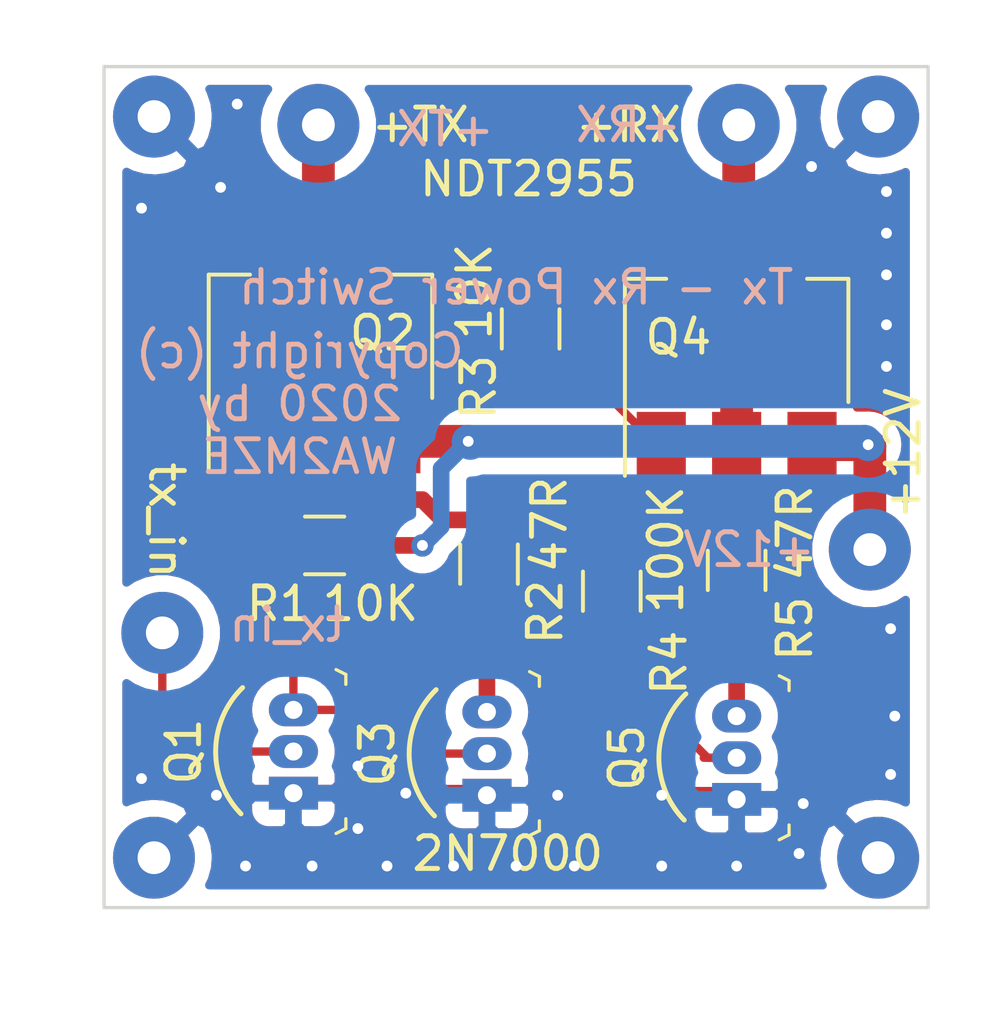
<source format=kicad_pcb>
(kicad_pcb (version 20171130) (host pcbnew 5.1.6-c6e7f7d~86~ubuntu19.10.1)

  (general
    (thickness 1.6)
    (drawings 21)
    (tracks 94)
    (zones 0)
    (modules 18)
    (nets 10)
  )

  (page A4)
  (layers
    (0 F.Cu signal)
    (31 B.Cu signal)
    (32 B.Adhes user)
    (33 F.Adhes user)
    (34 B.Paste user)
    (35 F.Paste user)
    (36 B.SilkS user)
    (37 F.SilkS user)
    (38 B.Mask user)
    (39 F.Mask user)
    (40 Dwgs.User user)
    (41 Cmts.User user)
    (42 Eco1.User user)
    (43 Eco2.User user)
    (44 Edge.Cuts user)
    (45 Margin user)
    (46 B.CrtYd user)
    (47 F.CrtYd user)
    (48 B.Fab user)
    (49 F.Fab user)
  )

  (setup
    (last_trace_width 0.1524)
    (user_trace_width 0.254)
    (user_trace_width 0.508)
    (user_trace_width 1)
    (trace_clearance 0.1524)
    (zone_clearance 0.508)
    (zone_45_only no)
    (trace_min 0.1524)
    (via_size 0.6858)
    (via_drill 0.3302)
    (via_min_size 0.508)
    (via_min_drill 0.254)
    (uvia_size 0.6858)
    (uvia_drill 0.3302)
    (uvias_allowed no)
    (uvia_min_size 0.508)
    (uvia_min_drill 0.254)
    (edge_width 0.05)
    (segment_width 0.2)
    (pcb_text_width 0.3)
    (pcb_text_size 1.5 1.5)
    (mod_edge_width 0.12)
    (mod_text_size 1 1)
    (mod_text_width 0.15)
    (pad_size 1.524 1.524)
    (pad_drill 0.762)
    (pad_to_mask_clearance 0.0508)
    (solder_mask_min_width 0.1016)
    (aux_axis_origin 0 0)
    (visible_elements FFFFFF7F)
    (pcbplotparams
      (layerselection 0x010fc_ffffffff)
      (usegerberextensions false)
      (usegerberattributes true)
      (usegerberadvancedattributes true)
      (creategerberjobfile true)
      (excludeedgelayer true)
      (linewidth 0.100000)
      (plotframeref false)
      (viasonmask false)
      (mode 1)
      (useauxorigin false)
      (hpglpennumber 1)
      (hpglpenspeed 20)
      (hpglpendiameter 15.000000)
      (psnegative false)
      (psa4output false)
      (plotreference true)
      (plotvalue true)
      (plotinvisibletext false)
      (padsonsilk false)
      (subtractmaskfromsilk false)
      (outputformat 1)
      (mirror false)
      (drillshape 1)
      (scaleselection 1)
      (outputdirectory ""))
  )

  (net 0 "")
  (net 1 +12V)
  (net 2 +RX)
  (net 3 +TX)
  (net 4 tx)
  (net 5 GND)
  (net 6 "Net-(Q1-Pad3)")
  (net 7 "Net-(Q3-Pad3)")
  (net 8 "Net-(Q4-Pad1)")
  (net 9 "Net-(Q5-Pad3)")

  (net_class Default "This is the default net class."
    (clearance 0.1524)
    (trace_width 0.1524)
    (via_dia 0.6858)
    (via_drill 0.3302)
    (uvia_dia 0.6858)
    (uvia_drill 0.3302)
    (add_net +12V)
    (add_net +RX)
    (add_net +TX)
    (add_net GND)
    (add_net "Net-(Q1-Pad3)")
    (add_net "Net-(Q3-Pad3)")
    (add_net "Net-(Q4-Pad1)")
    (add_net "Net-(Q5-Pad3)")
    (add_net tx)
  )

  (module Wire_Pads:SolderWirePad_single_1mmDrill (layer F.Cu) (tedit 0) (tstamp 5EC54879)
    (at 182.372 334.264)
    (path /5EC7F07F)
    (fp_text reference J1 (at 0 -3.81) (layer F.SilkS) hide
      (effects (font (size 1 1) (thickness 0.15)))
    )
    (fp_text value 12VoltIn (at -1.905 3.175) (layer F.Fab)
      (effects (font (size 1 1) (thickness 0.15)))
    )
    (pad 1 thru_hole circle (at 0 0) (size 2.49936 2.49936) (drill 1.00076) (layers *.Cu *.Mask)
      (net 1 +12V))
  )

  (module Wire_Pads:SolderWirePad_single_1mmDrill (layer F.Cu) (tedit 0) (tstamp 5EC5487E)
    (at 178.3715 321.31)
    (path /5EC84DCD)
    (fp_text reference J2 (at -2.6035 1.27) (layer F.SilkS) hide
      (effects (font (size 1 1) (thickness 0.15)))
    )
    (fp_text value +RXout (at -1.905 3.175) (layer F.Fab)
      (effects (font (size 1 1) (thickness 0.15)))
    )
    (pad 1 thru_hole circle (at 0 0) (size 2.49936 2.49936) (drill 1.00076) (layers *.Cu *.Mask)
      (net 2 +RX))
  )

  (module Wire_Pads:SolderWirePad_single_1mmDrill (layer F.Cu) (tedit 0) (tstamp 5EC54883)
    (at 165.5445 321.31)
    (path /5EC85081)
    (fp_text reference J3 (at -2.6035 0.635) (layer F.SilkS) hide
      (effects (font (size 1 1) (thickness 0.15)))
    )
    (fp_text value +TXout (at -1.905 3.175) (layer F.Fab)
      (effects (font (size 1 1) (thickness 0.15)))
    )
    (pad 1 thru_hole circle (at 0 0) (size 2.49936 2.49936) (drill 1.00076) (layers *.Cu *.Mask)
      (net 3 +TX))
  )

  (module Wire_Pads:SolderWirePad_single_1mmDrill (layer F.Cu) (tedit 0) (tstamp 5EC54888)
    (at 160.782 336.804)
    (path /5EC85413)
    (fp_text reference J4 (at 2.413 0) (layer F.SilkS) hide
      (effects (font (size 1 1) (thickness 0.15)))
    )
    (fp_text value tx_in (at -1.905 3.175) (layer F.Fab)
      (effects (font (size 1 1) (thickness 0.15)))
    )
    (pad 1 thru_hole circle (at 0 0) (size 2.49936 2.49936) (drill 1.00076) (layers *.Cu *.Mask)
      (net 4 tx))
  )

  (module Wire_Pads:SolderWirePad_single_1mmDrill (layer F.Cu) (tedit 0) (tstamp 5EC5488D)
    (at 182.626 321.056)
    (path /5EC85994)
    (fp_text reference J5 (at -1.778 6.35) (layer F.SilkS) hide
      (effects (font (size 1 1) (thickness 0.15)))
    )
    (fp_text value GND (at -1.905 3.175) (layer F.Fab)
      (effects (font (size 1 1) (thickness 0.15)))
    )
    (pad 1 thru_hole circle (at 0 0) (size 2.49936 2.49936) (drill 1.00076) (layers *.Cu *.Mask)
      (net 5 GND))
  )

  (module Wire_Pads:SolderWirePad_single_1mmDrill (layer F.Cu) (tedit 0) (tstamp 5EC54892)
    (at 160.528 321.056)
    (path /5EC57D6A)
    (fp_text reference J6 (at 0.508 5.588) (layer F.SilkS) hide
      (effects (font (size 1 1) (thickness 0.15)))
    )
    (fp_text value GND (at -1.905 3.175) (layer F.Fab)
      (effects (font (size 1 1) (thickness 0.15)))
    )
    (pad 1 thru_hole circle (at 0 0) (size 2.49936 2.49936) (drill 1.00076) (layers *.Cu *.Mask)
      (net 5 GND))
  )

  (module Wire_Pads:SolderWirePad_single_1mmDrill (layer F.Cu) (tedit 0) (tstamp 5EC54897)
    (at 182.626 343.662)
    (path /5EC578D2)
    (fp_text reference J7 (at 0 -3.81) (layer F.SilkS) hide
      (effects (font (size 1 1) (thickness 0.15)))
    )
    (fp_text value GND (at -1.905 3.175) (layer F.Fab)
      (effects (font (size 1 1) (thickness 0.15)))
    )
    (pad 1 thru_hole circle (at 0 0) (size 2.49936 2.49936) (drill 1.00076) (layers *.Cu *.Mask)
      (net 5 GND))
  )

  (module Wire_Pads:SolderWirePad_single_1mmDrill (layer F.Cu) (tedit 0) (tstamp 5EC5489C)
    (at 160.528 343.662)
    (path /5EC580F8)
    (fp_text reference J8 (at 0 -3.81) (layer F.SilkS) hide
      (effects (font (size 1 1) (thickness 0.15)))
    )
    (fp_text value GND (at -1.905 3.175) (layer F.Fab)
      (effects (font (size 1 1) (thickness 0.15)))
    )
    (pad 1 thru_hole circle (at 0 0) (size 2.49936 2.49936) (drill 1.00076) (layers *.Cu *.Mask)
      (net 5 GND))
  )

  (module digikey-footprints:TO-92-3 (layer F.Cu) (tedit 5AF9CDD1) (tstamp 5EC548B0)
    (at 164.7825 341.6935 90)
    (descr http://www.ti.com/lit/ds/symlink/tl431a.pdf)
    (path /5ED66CB0)
    (fp_text reference Q1 (at 1.27 -3.35 90) (layer F.SilkS)
      (effects (font (size 1 1) (thickness 0.15)))
    )
    (fp_text value 2N7000 (at 1.27 2.5 90) (layer F.Fab)
      (effects (font (size 1 1) (thickness 0.15)))
    )
    (fp_line (start 3.57 1.5) (end -1.03 1.5) (layer F.Fab) (width 0.15))
    (fp_line (start -1.63 -2.5) (end 4.17 -2.5) (layer F.CrtYd) (width 0.05))
    (fp_line (start -1.63 1.75) (end 4.17 1.75) (layer F.CrtYd) (width 0.05))
    (fp_line (start -1.63 1.75) (end -1.63 -2.5) (layer F.CrtYd) (width 0.05))
    (fp_line (start 4.17 1.75) (end 4.17 -2.5) (layer F.CrtYd) (width 0.05))
    (fp_line (start 3.62 1.6) (end 3.77 1.3) (layer F.SilkS) (width 0.1))
    (fp_line (start 3.62 1.6) (end 3.32 1.6) (layer F.SilkS) (width 0.1))
    (fp_line (start -0.78 1.6) (end -1.08 1.6) (layer F.SilkS) (width 0.1))
    (fp_line (start -1.08 1.6) (end -1.23 1.3) (layer F.SilkS) (width 0.1))
    (fp_arc (start 1.27 0.35) (end -0.63 -1.6) (angle 90) (layer F.SilkS) (width 0.15))
    (fp_arc (start 1.27 0.3) (end -1.03 1.5) (angle 235) (layer F.Fab) (width 0.15))
    (fp_arc (start 1.27 0.3) (end -1.33 0.3) (angle 90) (layer F.Fab) (width 0.15))
    (fp_text user %R (at 1.27 -1.25 270) (layer F.Fab)
      (effects (font (size 0.75 0.75) (thickness 0.15)))
    )
    (pad 2 thru_hole oval (at 1.27 0 270) (size 1 1.5) (drill 0.55) (layers *.Cu *.Mask)
      (net 4 tx))
    (pad 3 thru_hole oval (at 2.54 0 270) (size 1 1.5) (drill 0.55) (layers *.Cu *.Mask)
      (net 6 "Net-(Q1-Pad3)"))
    (pad 1 thru_hole rect (at 0 0 270) (size 1 1.5) (drill 0.55) (layers *.Cu *.Mask)
      (net 5 GND))
  )

  (module TO_SOT_Packages_SMD:SOT-223-3_TabPin2 (layer F.Cu) (tedit 58CE4E7E) (tstamp 5EC548C6)
    (at 165.608 327.787 90)
    (descr "module CMS SOT223 4 pins")
    (tags "CMS SOT")
    (path /5ED0D060)
    (attr smd)
    (fp_text reference Q2 (at 0.127 1.905 180) (layer F.SilkS)
      (effects (font (size 1 1) (thickness 0.15)))
    )
    (fp_text value NDT2955 (at 0 4.5 90) (layer F.Fab)
      (effects (font (size 1 1) (thickness 0.15)))
    )
    (fp_line (start 1.85 -3.35) (end 1.85 3.35) (layer F.Fab) (width 0.1))
    (fp_line (start -1.85 3.35) (end 1.85 3.35) (layer F.Fab) (width 0.1))
    (fp_line (start -4.1 -3.41) (end 1.91 -3.41) (layer F.SilkS) (width 0.12))
    (fp_line (start -0.85 -3.35) (end 1.85 -3.35) (layer F.Fab) (width 0.1))
    (fp_line (start -1.85 3.41) (end 1.91 3.41) (layer F.SilkS) (width 0.12))
    (fp_line (start -1.85 -2.35) (end -1.85 3.35) (layer F.Fab) (width 0.1))
    (fp_line (start -1.85 -2.35) (end -0.85 -3.35) (layer F.Fab) (width 0.1))
    (fp_line (start -4.4 -3.6) (end -4.4 3.6) (layer F.CrtYd) (width 0.05))
    (fp_line (start -4.4 3.6) (end 4.4 3.6) (layer F.CrtYd) (width 0.05))
    (fp_line (start 4.4 3.6) (end 4.4 -3.6) (layer F.CrtYd) (width 0.05))
    (fp_line (start 4.4 -3.6) (end -4.4 -3.6) (layer F.CrtYd) (width 0.05))
    (fp_line (start 1.91 -3.41) (end 1.91 -2.15) (layer F.SilkS) (width 0.12))
    (fp_line (start 1.91 3.41) (end 1.91 2.15) (layer F.SilkS) (width 0.12))
    (fp_text user %R (at 0 0) (layer F.Fab)
      (effects (font (size 0.8 0.8) (thickness 0.12)))
    )
    (pad 1 smd rect (at -3.15 -2.3 90) (size 2 1.5) (layers F.Cu F.Paste F.Mask)
      (net 6 "Net-(Q1-Pad3)"))
    (pad 3 smd rect (at -3.15 2.3 90) (size 2 1.5) (layers F.Cu F.Paste F.Mask)
      (net 1 +12V))
    (pad 2 smd rect (at -3.15 0 90) (size 2 1.5) (layers F.Cu F.Paste F.Mask)
      (net 3 +TX))
    (pad 2 smd rect (at 3.15 0 90) (size 2 3.8) (layers F.Cu F.Paste F.Mask)
      (net 3 +TX))
    (model ${KISYS3DMOD}/TO_SOT_Packages_SMD.3dshapes/SOT-223.wrl
      (at (xyz 0 0 0))
      (scale (xyz 1 1 1))
      (rotate (xyz 0 0 0))
    )
  )

  (module digikey-footprints:TO-92-3 (layer F.Cu) (tedit 5AF9CDD1) (tstamp 5EC548DA)
    (at 170.688 341.757 90)
    (descr http://www.ti.com/lit/ds/symlink/tl431a.pdf)
    (path /5ED65EA9)
    (fp_text reference Q3 (at 1.27 -3.35 90) (layer F.SilkS)
      (effects (font (size 1 1) (thickness 0.15)))
    )
    (fp_text value 2N7000 (at 1.27 2.5 90) (layer F.Fab)
      (effects (font (size 1 1) (thickness 0.15)))
    )
    (fp_line (start 3.57 1.5) (end -1.03 1.5) (layer F.Fab) (width 0.15))
    (fp_line (start -1.63 -2.5) (end 4.17 -2.5) (layer F.CrtYd) (width 0.05))
    (fp_line (start -1.63 1.75) (end 4.17 1.75) (layer F.CrtYd) (width 0.05))
    (fp_line (start -1.63 1.75) (end -1.63 -2.5) (layer F.CrtYd) (width 0.05))
    (fp_line (start 4.17 1.75) (end 4.17 -2.5) (layer F.CrtYd) (width 0.05))
    (fp_line (start 3.62 1.6) (end 3.77 1.3) (layer F.SilkS) (width 0.1))
    (fp_line (start 3.62 1.6) (end 3.32 1.6) (layer F.SilkS) (width 0.1))
    (fp_line (start -0.78 1.6) (end -1.08 1.6) (layer F.SilkS) (width 0.1))
    (fp_line (start -1.08 1.6) (end -1.23 1.3) (layer F.SilkS) (width 0.1))
    (fp_arc (start 1.27 0.35) (end -0.63 -1.6) (angle 90) (layer F.SilkS) (width 0.15))
    (fp_arc (start 1.27 0.3) (end -1.03 1.5) (angle 235) (layer F.Fab) (width 0.15))
    (fp_arc (start 1.27 0.3) (end -1.33 0.3) (angle 90) (layer F.Fab) (width 0.15))
    (fp_text user %R (at 1.27 -1.25 270) (layer F.Fab)
      (effects (font (size 0.75 0.75) (thickness 0.15)))
    )
    (pad 2 thru_hole oval (at 1.27 0 270) (size 1 1.5) (drill 0.55) (layers *.Cu *.Mask)
      (net 6 "Net-(Q1-Pad3)"))
    (pad 3 thru_hole oval (at 2.54 0 270) (size 1 1.5) (drill 0.55) (layers *.Cu *.Mask)
      (net 7 "Net-(Q3-Pad3)"))
    (pad 1 thru_hole rect (at 0 0 270) (size 1 1.5) (drill 0.55) (layers *.Cu *.Mask)
      (net 5 GND))
  )

  (module TO_SOT_Packages_SMD:SOT-223-3_TabPin2 (layer F.Cu) (tedit 58CE4E7E) (tstamp 5EC55CCB)
    (at 178.308 327.914 90)
    (descr "module CMS SOT223 4 pins")
    (tags "CMS SOT")
    (path /5ECE7378)
    (attr smd)
    (fp_text reference Q4 (at 0.127 -1.778 180) (layer F.SilkS)
      (effects (font (size 1 1) (thickness 0.15)))
    )
    (fp_text value NDT2955 (at 0 4.5 90) (layer F.Fab)
      (effects (font (size 1 1) (thickness 0.15)))
    )
    (fp_line (start 1.91 3.41) (end 1.91 2.15) (layer F.SilkS) (width 0.12))
    (fp_line (start 1.91 -3.41) (end 1.91 -2.15) (layer F.SilkS) (width 0.12))
    (fp_line (start 4.4 -3.6) (end -4.4 -3.6) (layer F.CrtYd) (width 0.05))
    (fp_line (start 4.4 3.6) (end 4.4 -3.6) (layer F.CrtYd) (width 0.05))
    (fp_line (start -4.4 3.6) (end 4.4 3.6) (layer F.CrtYd) (width 0.05))
    (fp_line (start -4.4 -3.6) (end -4.4 3.6) (layer F.CrtYd) (width 0.05))
    (fp_line (start -1.85 -2.35) (end -0.85 -3.35) (layer F.Fab) (width 0.1))
    (fp_line (start -1.85 -2.35) (end -1.85 3.35) (layer F.Fab) (width 0.1))
    (fp_line (start -1.85 3.41) (end 1.91 3.41) (layer F.SilkS) (width 0.12))
    (fp_line (start -0.85 -3.35) (end 1.85 -3.35) (layer F.Fab) (width 0.1))
    (fp_line (start -4.1 -3.41) (end 1.91 -3.41) (layer F.SilkS) (width 0.12))
    (fp_line (start -1.85 3.35) (end 1.85 3.35) (layer F.Fab) (width 0.1))
    (fp_line (start 1.85 -3.35) (end 1.85 3.35) (layer F.Fab) (width 0.1))
    (fp_text user %R (at 0 0) (layer F.Fab)
      (effects (font (size 0.8 0.8) (thickness 0.12)))
    )
    (pad 2 smd rect (at 3.15 0 90) (size 2 3.8) (layers F.Cu F.Paste F.Mask)
      (net 2 +RX))
    (pad 2 smd rect (at -3.15 0 90) (size 2 1.5) (layers F.Cu F.Paste F.Mask)
      (net 2 +RX))
    (pad 3 smd rect (at -3.15 2.3 90) (size 2 1.5) (layers F.Cu F.Paste F.Mask)
      (net 1 +12V))
    (pad 1 smd rect (at -3.15 -2.3 90) (size 2 1.5) (layers F.Cu F.Paste F.Mask)
      (net 8 "Net-(Q4-Pad1)"))
    (model ${KISYS3DMOD}/TO_SOT_Packages_SMD.3dshapes/SOT-223.wrl
      (at (xyz 0 0 0))
      (scale (xyz 1 1 1))
      (rotate (xyz 0 0 0))
    )
  )

  (module digikey-footprints:TO-92-3 (layer F.Cu) (tedit 5AF9CDD1) (tstamp 5EC54904)
    (at 178.308 341.884 90)
    (descr http://www.ti.com/lit/ds/symlink/tl431a.pdf)
    (path /5ED67571)
    (fp_text reference Q5 (at 1.27 -3.35 90) (layer F.SilkS)
      (effects (font (size 1 1) (thickness 0.15)))
    )
    (fp_text value 2N7000 (at 1.27 2.5 90) (layer F.Fab)
      (effects (font (size 1 1) (thickness 0.15)))
    )
    (fp_line (start -1.08 1.6) (end -1.23 1.3) (layer F.SilkS) (width 0.1))
    (fp_line (start -0.78 1.6) (end -1.08 1.6) (layer F.SilkS) (width 0.1))
    (fp_line (start 3.62 1.6) (end 3.32 1.6) (layer F.SilkS) (width 0.1))
    (fp_line (start 3.62 1.6) (end 3.77 1.3) (layer F.SilkS) (width 0.1))
    (fp_line (start 4.17 1.75) (end 4.17 -2.5) (layer F.CrtYd) (width 0.05))
    (fp_line (start -1.63 1.75) (end -1.63 -2.5) (layer F.CrtYd) (width 0.05))
    (fp_line (start -1.63 1.75) (end 4.17 1.75) (layer F.CrtYd) (width 0.05))
    (fp_line (start -1.63 -2.5) (end 4.17 -2.5) (layer F.CrtYd) (width 0.05))
    (fp_line (start 3.57 1.5) (end -1.03 1.5) (layer F.Fab) (width 0.15))
    (fp_text user %R (at 1.27 -1.25 270) (layer F.Fab)
      (effects (font (size 0.75 0.75) (thickness 0.15)))
    )
    (fp_arc (start 1.27 0.3) (end -1.33 0.3) (angle 90) (layer F.Fab) (width 0.15))
    (fp_arc (start 1.27 0.3) (end -1.03 1.5) (angle 235) (layer F.Fab) (width 0.15))
    (fp_arc (start 1.27 0.35) (end -0.63 -1.6) (angle 90) (layer F.SilkS) (width 0.15))
    (pad 1 thru_hole rect (at 0 0 270) (size 1 1.5) (drill 0.55) (layers *.Cu *.Mask)
      (net 5 GND))
    (pad 3 thru_hole oval (at 2.54 0 270) (size 1 1.5) (drill 0.55) (layers *.Cu *.Mask)
      (net 9 "Net-(Q5-Pad3)"))
    (pad 2 thru_hole oval (at 1.27 0 270) (size 1 1.5) (drill 0.55) (layers *.Cu *.Mask)
      (net 8 "Net-(Q4-Pad1)"))
  )

  (module Resistors_SMD:R_0805_HandSoldering (layer F.Cu) (tedit 58E0A804) (tstamp 5EC54915)
    (at 165.735 334.137 180)
    (descr "Resistor SMD 0805, hand soldering")
    (tags "resistor 0805")
    (path /5ECE978C)
    (attr smd)
    (fp_text reference R1 (at 1.397 -1.778) (layer F.SilkS)
      (effects (font (size 1 1) (thickness 0.15)))
    )
    (fp_text value 10K (at 0 1.75) (layer F.Fab)
      (effects (font (size 1 1) (thickness 0.15)))
    )
    (fp_line (start -1 0.62) (end -1 -0.62) (layer F.Fab) (width 0.1))
    (fp_line (start 1 0.62) (end -1 0.62) (layer F.Fab) (width 0.1))
    (fp_line (start 1 -0.62) (end 1 0.62) (layer F.Fab) (width 0.1))
    (fp_line (start -1 -0.62) (end 1 -0.62) (layer F.Fab) (width 0.1))
    (fp_line (start 0.6 0.88) (end -0.6 0.88) (layer F.SilkS) (width 0.12))
    (fp_line (start -0.6 -0.88) (end 0.6 -0.88) (layer F.SilkS) (width 0.12))
    (fp_line (start -2.35 -0.9) (end 2.35 -0.9) (layer F.CrtYd) (width 0.05))
    (fp_line (start -2.35 -0.9) (end -2.35 0.9) (layer F.CrtYd) (width 0.05))
    (fp_line (start 2.35 0.9) (end 2.35 -0.9) (layer F.CrtYd) (width 0.05))
    (fp_line (start 2.35 0.9) (end -2.35 0.9) (layer F.CrtYd) (width 0.05))
    (fp_text user %R (at 0 0) (layer F.Fab)
      (effects (font (size 0.5 0.5) (thickness 0.075)))
    )
    (pad 1 smd rect (at -1.35 0 180) (size 1.5 1.3) (layers F.Cu F.Paste F.Mask)
      (net 1 +12V))
    (pad 2 smd rect (at 1.35 0 180) (size 1.5 1.3) (layers F.Cu F.Paste F.Mask)
      (net 6 "Net-(Q1-Pad3)"))
    (model ${KISYS3DMOD}/Resistors_SMD.3dshapes/R_0805.wrl
      (at (xyz 0 0 0))
      (scale (xyz 1 1 1))
      (rotate (xyz 0 0 0))
    )
  )

  (module Resistors_SMD:R_0805_HandSoldering (layer F.Cu) (tedit 58E0A804) (tstamp 5EC54926)
    (at 170.7515 334.7085 270)
    (descr "Resistor SMD 0805, hand soldering")
    (tags "resistor 0805")
    (path /5EC499D1)
    (attr smd)
    (fp_text reference R2 (at 1.4605 -1.7145 90) (layer F.SilkS)
      (effects (font (size 1 1) (thickness 0.15)))
    )
    (fp_text value 47 (at 0 1.75 90) (layer F.Fab)
      (effects (font (size 1 1) (thickness 0.15)))
    )
    (fp_line (start 2.35 0.9) (end -2.35 0.9) (layer F.CrtYd) (width 0.05))
    (fp_line (start 2.35 0.9) (end 2.35 -0.9) (layer F.CrtYd) (width 0.05))
    (fp_line (start -2.35 -0.9) (end -2.35 0.9) (layer F.CrtYd) (width 0.05))
    (fp_line (start -2.35 -0.9) (end 2.35 -0.9) (layer F.CrtYd) (width 0.05))
    (fp_line (start -0.6 -0.88) (end 0.6 -0.88) (layer F.SilkS) (width 0.12))
    (fp_line (start 0.6 0.88) (end -0.6 0.88) (layer F.SilkS) (width 0.12))
    (fp_line (start -1 -0.62) (end 1 -0.62) (layer F.Fab) (width 0.1))
    (fp_line (start 1 -0.62) (end 1 0.62) (layer F.Fab) (width 0.1))
    (fp_line (start 1 0.62) (end -1 0.62) (layer F.Fab) (width 0.1))
    (fp_line (start -1 0.62) (end -1 -0.62) (layer F.Fab) (width 0.1))
    (fp_text user %R (at 0 0 90) (layer F.Fab)
      (effects (font (size 0.5 0.5) (thickness 0.075)))
    )
    (pad 2 smd rect (at 1.35 0 270) (size 1.5 1.3) (layers F.Cu F.Paste F.Mask)
      (net 7 "Net-(Q3-Pad3)"))
    (pad 1 smd rect (at -1.35 0 270) (size 1.5 1.3) (layers F.Cu F.Paste F.Mask)
      (net 3 +TX))
    (model ${KISYS3DMOD}/Resistors_SMD.3dshapes/R_0805.wrl
      (at (xyz 0 0 0))
      (scale (xyz 1 1 1))
      (rotate (xyz 0 0 0))
    )
  )

  (module Resistors_SMD:R_0805_HandSoldering (layer F.Cu) (tedit 58E0A804) (tstamp 5EC54937)
    (at 172.0215 327.533 90)
    (descr "Resistor SMD 0805, hand soldering")
    (tags "resistor 0805")
    (path /5EC4A02A)
    (attr smd)
    (fp_text reference R3 (at -1.778 -1.5875 90) (layer F.SilkS)
      (effects (font (size 1 1) (thickness 0.15)))
    )
    (fp_text value 10K (at 0 1.75 90) (layer F.Fab)
      (effects (font (size 1 1) (thickness 0.15)))
    )
    (fp_line (start -1 0.62) (end -1 -0.62) (layer F.Fab) (width 0.1))
    (fp_line (start 1 0.62) (end -1 0.62) (layer F.Fab) (width 0.1))
    (fp_line (start 1 -0.62) (end 1 0.62) (layer F.Fab) (width 0.1))
    (fp_line (start -1 -0.62) (end 1 -0.62) (layer F.Fab) (width 0.1))
    (fp_line (start 0.6 0.88) (end -0.6 0.88) (layer F.SilkS) (width 0.12))
    (fp_line (start -0.6 -0.88) (end 0.6 -0.88) (layer F.SilkS) (width 0.12))
    (fp_line (start -2.35 -0.9) (end 2.35 -0.9) (layer F.CrtYd) (width 0.05))
    (fp_line (start -2.35 -0.9) (end -2.35 0.9) (layer F.CrtYd) (width 0.05))
    (fp_line (start 2.35 0.9) (end 2.35 -0.9) (layer F.CrtYd) (width 0.05))
    (fp_line (start 2.35 0.9) (end -2.35 0.9) (layer F.CrtYd) (width 0.05))
    (fp_text user %R (at 0 0 90) (layer F.Fab)
      (effects (font (size 0.5 0.5) (thickness 0.075)))
    )
    (pad 1 smd rect (at -1.35 0 90) (size 1.5 1.3) (layers F.Cu F.Paste F.Mask)
      (net 8 "Net-(Q4-Pad1)"))
    (pad 2 smd rect (at 1.35 0 90) (size 1.5 1.3) (layers F.Cu F.Paste F.Mask)
      (net 3 +TX))
    (model ${KISYS3DMOD}/Resistors_SMD.3dshapes/R_0805.wrl
      (at (xyz 0 0 0))
      (scale (xyz 1 1 1))
      (rotate (xyz 0 0 0))
    )
  )

  (module Resistors_SMD:R_0805_HandSoldering (layer F.Cu) (tedit 58E0A804) (tstamp 5EC54948)
    (at 174.498 335.534 90)
    (descr "Resistor SMD 0805, hand soldering")
    (tags "resistor 0805")
    (path /5EC4C090)
    (attr smd)
    (fp_text reference R4 (at -2.1844 1.7526 90) (layer F.SilkS)
      (effects (font (size 1 1) (thickness 0.15)))
    )
    (fp_text value 100K (at 0 1.75 90) (layer F.Fab)
      (effects (font (size 1 1) (thickness 0.15)))
    )
    (fp_line (start 2.35 0.9) (end -2.35 0.9) (layer F.CrtYd) (width 0.05))
    (fp_line (start 2.35 0.9) (end 2.35 -0.9) (layer F.CrtYd) (width 0.05))
    (fp_line (start -2.35 -0.9) (end -2.35 0.9) (layer F.CrtYd) (width 0.05))
    (fp_line (start -2.35 -0.9) (end 2.35 -0.9) (layer F.CrtYd) (width 0.05))
    (fp_line (start -0.6 -0.88) (end 0.6 -0.88) (layer F.SilkS) (width 0.12))
    (fp_line (start 0.6 0.88) (end -0.6 0.88) (layer F.SilkS) (width 0.12))
    (fp_line (start -1 -0.62) (end 1 -0.62) (layer F.Fab) (width 0.1))
    (fp_line (start 1 -0.62) (end 1 0.62) (layer F.Fab) (width 0.1))
    (fp_line (start 1 0.62) (end -1 0.62) (layer F.Fab) (width 0.1))
    (fp_line (start -1 0.62) (end -1 -0.62) (layer F.Fab) (width 0.1))
    (fp_text user %R (at 0 0 90) (layer F.Fab)
      (effects (font (size 0.5 0.5) (thickness 0.075)))
    )
    (pad 2 smd rect (at 1.35 0 90) (size 1.5 1.3) (layers F.Cu F.Paste F.Mask)
      (net 3 +TX))
    (pad 1 smd rect (at -1.35 0 90) (size 1.5 1.3) (layers F.Cu F.Paste F.Mask)
      (net 5 GND))
    (model ${KISYS3DMOD}/Resistors_SMD.3dshapes/R_0805.wrl
      (at (xyz 0 0 0))
      (scale (xyz 1 1 1))
      (rotate (xyz 0 0 0))
    )
  )

  (module Resistors_SMD:R_0805_HandSoldering (layer F.Cu) (tedit 58E0A804) (tstamp 5EC54959)
    (at 178.308 334.899 270)
    (descr "Resistor SMD 0805, hand soldering")
    (tags "resistor 0805")
    (path /5EC48BCB)
    (attr smd)
    (fp_text reference R5 (at 1.778 -1.778 90) (layer F.SilkS)
      (effects (font (size 1 1) (thickness 0.15)))
    )
    (fp_text value 47 (at 0 1.75 90) (layer F.Fab)
      (effects (font (size 1 1) (thickness 0.15)))
    )
    (fp_line (start 2.35 0.9) (end -2.35 0.9) (layer F.CrtYd) (width 0.05))
    (fp_line (start 2.35 0.9) (end 2.35 -0.9) (layer F.CrtYd) (width 0.05))
    (fp_line (start -2.35 -0.9) (end -2.35 0.9) (layer F.CrtYd) (width 0.05))
    (fp_line (start -2.35 -0.9) (end 2.35 -0.9) (layer F.CrtYd) (width 0.05))
    (fp_line (start -0.6 -0.88) (end 0.6 -0.88) (layer F.SilkS) (width 0.12))
    (fp_line (start 0.6 0.88) (end -0.6 0.88) (layer F.SilkS) (width 0.12))
    (fp_line (start -1 -0.62) (end 1 -0.62) (layer F.Fab) (width 0.1))
    (fp_line (start 1 -0.62) (end 1 0.62) (layer F.Fab) (width 0.1))
    (fp_line (start 1 0.62) (end -1 0.62) (layer F.Fab) (width 0.1))
    (fp_line (start -1 0.62) (end -1 -0.62) (layer F.Fab) (width 0.1))
    (fp_text user %R (at 0 0 90) (layer F.Fab)
      (effects (font (size 0.5 0.5) (thickness 0.075)))
    )
    (pad 2 smd rect (at 1.35 0 270) (size 1.5 1.3) (layers F.Cu F.Paste F.Mask)
      (net 9 "Net-(Q5-Pad3)"))
    (pad 1 smd rect (at -1.35 0 270) (size 1.5 1.3) (layers F.Cu F.Paste F.Mask)
      (net 2 +RX))
    (model ${KISYS3DMOD}/Resistors_SMD.3dshapes/R_0805.wrl
      (at (xyz 0 0 0))
      (scale (xyz 1 1 1))
      (rotate (xyz 0 0 0))
    )
  )

  (gr_text 2N7000 (at 171.323 343.535) (layer F.SilkS)
    (effects (font (size 1 1) (thickness 0.15)))
  )
  (gr_text NDT2955 (at 171.958 322.961) (layer F.SilkS)
    (effects (font (size 1 1) (thickness 0.15)))
  )
  (gr_text tx_in (at 164.592 336.55) (layer B.SilkS)
    (effects (font (size 1 1) (thickness 0.15)) (justify mirror))
  )
  (gr_text +12V (at 178.689 334.264) (layer B.SilkS)
    (effects (font (size 1 1) (thickness 0.15)) (justify mirror))
  )
  (gr_text +RX (at 175.006 321.31) (layer B.SilkS)
    (effects (font (size 1 1) (thickness 0.15)) (justify mirror))
  )
  (gr_text +TX (at 169.418 321.437) (layer B.SilkS)
    (effects (font (size 1 1) (thickness 0.15)) (justify mirror))
  )
  (gr_text 100K (at 176.149 334.264 90) (layer F.SilkS)
    (effects (font (size 1 1) (thickness 0.15)))
  )
  (gr_text 47R (at 180.086 333.756 90) (layer F.SilkS)
    (effects (font (size 1 1) (thickness 0.15)))
  )
  (gr_text 10K (at 170.307 326.39 90) (layer F.SilkS)
    (effects (font (size 1 1) (thickness 0.15)))
  )
  (gr_text 47R (at 172.593 333.502 90) (layer F.SilkS)
    (effects (font (size 1 1) (thickness 0.15)))
  )
  (gr_text 10K (at 167.132 335.915) (layer F.SilkS)
    (effects (font (size 1 1) (thickness 0.15)))
  )
  (gr_text "Tx - Rx Power Switch" (at 171.577 326.263) (layer B.SilkS)
    (effects (font (size 1 1) (thickness 0.15)) (justify mirror))
  )
  (gr_text "Copyright (c)\n2020 by\nWA2MZE" (at 164.973 329.819) (layer B.SilkS)
    (effects (font (size 1 1) (thickness 0.15)) (justify mirror))
  )
  (gr_text +12V (at 183.388 331.343 90) (layer F.SilkS)
    (effects (font (size 1 1) (thickness 0.15)))
  )
  (gr_text tx_in (at 160.909 333.375 270) (layer F.SilkS)
    (effects (font (size 1 1) (thickness 0.15)))
  )
  (gr_text +TX (at 168.656 321.31) (layer F.SilkS)
    (effects (font (size 1 1) (thickness 0.15)))
  )
  (gr_text +RX (at 175.006 321.31) (layer F.SilkS)
    (effects (font (size 1 1) (thickness 0.15)))
  )
  (gr_line (start 184.15 319.532) (end 184.15 345.186) (layer Edge.Cuts) (width 0.1))
  (gr_line (start 159.004 319.532) (end 184.15 319.532) (layer Edge.Cuts) (width 0.1))
  (gr_line (start 159.004 345.186) (end 159.004 319.532) (layer Edge.Cuts) (width 0.1))
  (gr_line (start 184.15 345.186) (end 159.004 345.186) (layer Edge.Cuts) (width 0.1))

  (via (at 182.3212 331.0636) (size 0.9652) (drill 0.3302) (layers F.Cu B.Cu) (net 1) (tstamp 5EC55119))
  (via (at 168.7195 334.137) (size 0.6858) (drill 0.3302) (layers F.Cu B.Cu) (net 1) (tstamp 5EC55119))
  (via (at 170.1165 330.962) (size 0.9652) (drill 0.3302) (layers F.Cu B.Cu) (net 1))
  (segment (start 180.6465 331.0255) (end 180.608 331.064) (width 1) (layer F.Cu) (net 1))
  (segment (start 170.18 331.0255) (end 170.1165 330.962) (width 1) (layer B.Cu) (net 1))
  (segment (start 167.933 330.962) (end 167.908 330.937) (width 1) (layer F.Cu) (net 1))
  (segment (start 170.1165 330.962) (end 167.933 330.962) (width 1) (layer F.Cu) (net 1))
  (segment (start 182.2196 330.962) (end 182.3212 331.0636) (width 1) (layer B.Cu) (net 1))
  (segment (start 170.1165 330.962) (end 182.2196 330.962) (width 1) (layer B.Cu) (net 1))
  (segment (start 180.6084 331.0636) (end 180.608 331.064) (width 1) (layer F.Cu) (net 1))
  (segment (start 182.3212 331.0636) (end 180.6084 331.0636) (width 1) (layer F.Cu) (net 1))
  (segment (start 182.372 331.1144) (end 182.3212 331.0636) (width 1) (layer F.Cu) (net 1))
  (segment (start 182.372 334.264) (end 182.372 331.1144) (width 1) (layer F.Cu) (net 1))
  (segment (start 170.1165 330.962) (end 169.291 331.7875) (width 0.508) (layer B.Cu) (net 1))
  (segment (start 169.291 333.5655) (end 168.7195 334.137) (width 0.508) (layer B.Cu) (net 1))
  (segment (start 169.291 331.7875) (end 169.291 333.5655) (width 0.508) (layer B.Cu) (net 1))
  (segment (start 168.7195 334.137) (end 167.085 334.137) (width 0.508) (layer F.Cu) (net 1))
  (segment (start 178.3715 324.7005) (end 178.308 324.764) (width 1) (layer F.Cu) (net 2))
  (segment (start 178.3715 321.31) (end 178.3715 324.7005) (width 1) (layer F.Cu) (net 2))
  (segment (start 178.308 324.764) (end 178.308 331.064) (width 1) (layer F.Cu) (net 2))
  (segment (start 178.308 333.549) (end 178.308 331.064) (width 1) (layer F.Cu) (net 2))
  (segment (start 165.5445 324.5735) (end 165.608 324.637) (width 1) (layer F.Cu) (net 3))
  (segment (start 165.5445 321.31) (end 165.5445 324.5735) (width 1) (layer F.Cu) (net 3))
  (segment (start 165.608 324.637) (end 165.608 330.937) (width 1) (layer F.Cu) (net 3))
  (segment (start 170.7515 333.3585) (end 169.973 333.3585) (width 0.254) (layer F.Cu) (net 3))
  (segment (start 170.7515 333.3585) (end 169.338 333.3585) (width 0.508) (layer F.Cu) (net 3))
  (segment (start 169.338 333.3585) (end 168.7195 332.74) (width 0.508) (layer F.Cu) (net 3))
  (segment (start 165.608 332.445) (end 165.608 330.937) (width 0.508) (layer F.Cu) (net 3))
  (segment (start 165.903 332.74) (end 165.608 332.445) (width 0.508) (layer F.Cu) (net 3))
  (segment (start 168.7195 332.74) (end 165.903 332.74) (width 0.508) (layer F.Cu) (net 3))
  (segment (start 172.0215 326.183) (end 171.243 326.183) (width 0.254) (layer F.Cu) (net 3))
  (segment (start 169.697 324.637) (end 165.608 324.637) (width 0.254) (layer F.Cu) (net 3))
  (segment (start 171.243 326.183) (end 169.697 324.637) (width 0.254) (layer F.Cu) (net 3))
  (segment (start 174.498 334.184) (end 173.529 334.184) (width 0.254) (layer F.Cu) (net 3))
  (segment (start 172.7035 333.3585) (end 170.7515 333.3585) (width 0.254) (layer F.Cu) (net 3))
  (segment (start 173.529 334.184) (end 172.7035 333.3585) (width 0.254) (layer F.Cu) (net 3))
  (segment (start 164.7825 340.4235) (end 162.3695 340.4235) (width 0.254) (layer F.Cu) (net 4))
  (segment (start 160.782 338.836) (end 160.782 336.804) (width 0.254) (layer F.Cu) (net 4))
  (segment (start 162.3695 340.4235) (end 160.782 338.836) (width 0.254) (layer F.Cu) (net 4))
  (segment (start 170.6245 341.6935) (end 170.688 341.757) (width 0.508) (layer F.Cu) (net 5))
  (segment (start 164.7825 341.6935) (end 168.2115 341.6935) (width 0.508) (layer F.Cu) (net 5))
  (segment (start 178.181 341.757) (end 178.308 341.884) (width 0.508) (layer F.Cu) (net 5))
  (segment (start 170.688 341.757) (end 172.847 341.757) (width 0.508) (layer F.Cu) (net 5))
  (via (at 182.88 323.342) (size 0.6858) (drill 0.3302) (layers F.Cu B.Cu) (net 5))
  (via (at 180.594 322.58) (size 0.6858) (drill 0.3302) (layers F.Cu B.Cu) (net 5))
  (via (at 182.88 324.612) (size 0.6858) (drill 0.3302) (layers F.Cu B.Cu) (net 5))
  (via (at 182.88 325.882) (size 0.6858) (drill 0.3302) (layers F.Cu B.Cu) (net 5))
  (via (at 182.88 327.406) (size 0.6858) (drill 0.3302) (layers F.Cu B.Cu) (net 5))
  (via (at 182.88 328.676) (size 0.6858) (drill 0.3302) (layers F.Cu B.Cu) (net 5))
  (via (at 183.007 341.122) (size 0.6858) (drill 0.3302) (layers F.Cu B.Cu) (net 5))
  (via (at 183.134 339.344) (size 0.6858) (drill 0.3302) (layers F.Cu B.Cu) (net 5))
  (via (at 183.007 336.677) (size 0.6858) (drill 0.3302) (layers F.Cu B.Cu) (net 5))
  (via (at 180.34 342.011) (size 0.6858) (drill 0.3302) (layers F.Cu B.Cu) (net 5))
  (via (at 180.213 343.535) (size 0.6858) (drill 0.3302) (layers F.Cu B.Cu) (net 5))
  (via (at 178.308 343.916) (size 0.6858) (drill 0.3302) (layers F.Cu B.Cu) (net 5))
  (segment (start 176.022 341.757) (end 178.181 341.757) (width 0.508) (layer F.Cu) (net 5) (tstamp 5EC552DB))
  (via (at 176.022 341.757) (size 0.6858) (drill 0.3302) (layers F.Cu B.Cu) (net 5))
  (via (at 176.022 343.916) (size 0.6858) (drill 0.3302) (layers F.Cu B.Cu) (net 5))
  (via (at 173.355 343.916) (size 0.6858) (drill 0.3302) (layers F.Cu B.Cu) (net 5))
  (via (at 171.577 343.916) (size 0.6858) (drill 0.3302) (layers F.Cu B.Cu) (net 5))
  (via (at 169.672 343.916) (size 0.6858) (drill 0.3302) (layers F.Cu B.Cu) (net 5))
  (via (at 167.64 343.916) (size 0.6858) (drill 0.3302) (layers F.Cu B.Cu) (net 5))
  (via (at 165.354 343.916) (size 0.6858) (drill 0.3302) (layers F.Cu B.Cu) (net 5))
  (via (at 163.322 343.916) (size 0.6858) (drill 0.3302) (layers F.Cu B.Cu) (net 5))
  (via (at 162.433 341.757) (size 0.6858) (drill 0.3302) (layers F.Cu B.Cu) (net 5))
  (via (at 160.147 341.249) (size 0.6858) (drill 0.3302) (layers F.Cu B.Cu) (net 5))
  (via (at 166.751 340.868) (size 0.6858) (drill 0.3302) (layers F.Cu B.Cu) (net 5))
  (via (at 166.751 342.773) (size 0.6858) (drill 0.3302) (layers F.Cu B.Cu) (net 5))
  (segment (start 168.2115 341.6935) (end 170.6245 341.6935) (width 0.508) (layer F.Cu) (net 5) (tstamp 5EC552DD))
  (via (at 168.2115 341.6935) (size 0.6858) (drill 0.3302) (layers F.Cu B.Cu) (net 5))
  (segment (start 172.847 341.757) (end 176.022 341.757) (width 0.508) (layer F.Cu) (net 5) (tstamp 5EC552DF))
  (via (at 172.847 341.757) (size 0.6858) (drill 0.3302) (layers F.Cu B.Cu) (net 5))
  (via (at 163.068 320.675) (size 0.6858) (drill 0.3302) (layers F.Cu B.Cu) (net 5))
  (via (at 162.56 323.215) (size 0.6858) (drill 0.3302) (layers F.Cu B.Cu) (net 5))
  (via (at 160.147 323.85) (size 0.6858) (drill 0.3302) (layers F.Cu B.Cu) (net 5))
  (segment (start 164.7825 334.5345) (end 164.385 334.137) (width 0.254) (layer F.Cu) (net 6))
  (segment (start 164.7825 339.1535) (end 164.7825 334.5345) (width 0.254) (layer F.Cu) (net 6))
  (segment (start 164.385 334.137) (end 164.385 333.2315) (width 0.254) (layer F.Cu) (net 6))
  (segment (start 163.308 332.1545) (end 163.308 330.937) (width 0.254) (layer F.Cu) (net 6))
  (segment (start 164.385 333.2315) (end 163.308 332.1545) (width 0.254) (layer F.Cu) (net 6))
  (segment (start 170.688 340.487) (end 168.783 340.487) (width 0.254) (layer F.Cu) (net 6))
  (segment (start 167.4495 339.1535) (end 164.7825 339.1535) (width 0.254) (layer F.Cu) (net 6))
  (segment (start 168.783 340.487) (end 167.4495 339.1535) (width 0.254) (layer F.Cu) (net 6))
  (segment (start 170.7515 339.1535) (end 170.688 339.217) (width 0.254) (layer F.Cu) (net 7))
  (segment (start 170.688 336.122) (end 170.7515 336.0585) (width 0.508) (layer F.Cu) (net 7))
  (segment (start 170.688 339.217) (end 170.688 336.122) (width 0.508) (layer F.Cu) (net 7))
  (segment (start 178.308 340.614) (end 177.304 340.614) (width 0.254) (layer F.Cu) (net 8))
  (segment (start 172.0215 328.883) (end 173.689 328.883) (width 0.254) (layer F.Cu) (net 8))
  (segment (start 175.87 331.064) (end 176.008 331.064) (width 0.254) (layer F.Cu) (net 8))
  (segment (start 173.689 328.883) (end 175.87 331.064) (width 0.254) (layer F.Cu) (net 8))
  (segment (start 178.308 340.614) (end 177.419 340.614) (width 0.254) (layer F.Cu) (net 8))
  (segment (start 176.008 339.203) (end 176.008 331.064) (width 0.254) (layer F.Cu) (net 8))
  (segment (start 177.419 340.614) (end 176.008 339.203) (width 0.254) (layer F.Cu) (net 8))
  (segment (start 178.308 339.344) (end 178.308 336.249) (width 0.508) (layer F.Cu) (net 9))

  (zone (net 5) (net_name GND) (layer F.Cu) (tstamp 5EC56DD8) (hatch edge 0.508)
    (connect_pads (clearance 0.508))
    (min_thickness 0.254)
    (fill yes (arc_segments 32) (thermal_gap 0.508) (thermal_bridge_width 0.508))
    (polygon
      (pts
        (xy 185.547 347.726) (xy 156.718 347.599) (xy 156.591 318.262) (xy 185.674 318.262)
      )
    )
    (filled_polygon
      (pts
        (xy 179.61382 332.653502) (xy 179.733518 332.689812) (xy 179.858 332.702072) (xy 181.237 332.702072) (xy 181.237 332.755698)
        (xy 181.170587 332.800074) (xy 180.908074 333.062587) (xy 180.701818 333.371269) (xy 180.559747 333.714259) (xy 180.48732 334.078375)
        (xy 180.48732 334.449625) (xy 180.559747 334.813741) (xy 180.701818 335.156731) (xy 180.908074 335.465413) (xy 181.170587 335.727926)
        (xy 181.479269 335.934182) (xy 181.822259 336.076253) (xy 182.186375 336.14868) (xy 182.557625 336.14868) (xy 182.921741 336.076253)
        (xy 183.264731 335.934182) (xy 183.465001 335.800365) (xy 183.465001 341.974367) (xy 183.301738 341.892861) (xy 182.943613 341.795025)
        (xy 182.573281 341.768935) (xy 182.204975 341.815595) (xy 181.852849 341.933211) (xy 181.618104 342.058685) (xy 181.492229 342.348623)
        (xy 182.626 343.482395) (xy 182.640142 343.468252) (xy 182.819748 343.647858) (xy 182.805605 343.662) (xy 182.819748 343.676142)
        (xy 182.640142 343.855748) (xy 182.626 343.841605) (xy 182.611858 343.855748) (xy 182.432252 343.676142) (xy 182.446395 343.662)
        (xy 181.312623 342.528229) (xy 181.022685 342.654104) (xy 180.856861 342.986262) (xy 180.759025 343.344387) (xy 180.732935 343.714719)
        (xy 180.779595 344.083025) (xy 180.897211 344.435151) (xy 180.932408 344.501) (xy 162.215633 344.501) (xy 162.297139 344.337738)
        (xy 162.394975 343.979613) (xy 162.421065 343.609281) (xy 162.374405 343.240975) (xy 162.256789 342.888849) (xy 162.131315 342.654104)
        (xy 161.841377 342.528229) (xy 160.707605 343.662) (xy 160.721748 343.676142) (xy 160.542142 343.855748) (xy 160.528 343.841605)
        (xy 160.513858 343.855748) (xy 160.334252 343.676142) (xy 160.348395 343.662) (xy 160.334252 343.647858) (xy 160.513858 343.468252)
        (xy 160.528 343.482395) (xy 161.661771 342.348623) (xy 161.594426 342.1935) (xy 163.394428 342.1935) (xy 163.406688 342.317982)
        (xy 163.442998 342.43768) (xy 163.501963 342.547994) (xy 163.581315 342.644685) (xy 163.678006 342.724037) (xy 163.78832 342.783002)
        (xy 163.908018 342.819312) (xy 164.0325 342.831572) (xy 164.49675 342.8285) (xy 164.6555 342.66975) (xy 164.6555 341.8205)
        (xy 164.9095 341.8205) (xy 164.9095 342.66975) (xy 165.06825 342.8285) (xy 165.5325 342.831572) (xy 165.656982 342.819312)
        (xy 165.77668 342.783002) (xy 165.886994 342.724037) (xy 165.983685 342.644685) (xy 166.063037 342.547994) (xy 166.122002 342.43768)
        (xy 166.158312 342.317982) (xy 166.164318 342.257) (xy 169.299928 342.257) (xy 169.312188 342.381482) (xy 169.348498 342.50118)
        (xy 169.407463 342.611494) (xy 169.486815 342.708185) (xy 169.583506 342.787537) (xy 169.69382 342.846502) (xy 169.813518 342.882812)
        (xy 169.938 342.895072) (xy 170.40225 342.892) (xy 170.561 342.73325) (xy 170.561 341.884) (xy 170.815 341.884)
        (xy 170.815 342.73325) (xy 170.97375 342.892) (xy 171.438 342.895072) (xy 171.562482 342.882812) (xy 171.68218 342.846502)
        (xy 171.792494 342.787537) (xy 171.889185 342.708185) (xy 171.968537 342.611494) (xy 172.027502 342.50118) (xy 172.063048 342.384)
        (xy 176.919928 342.384) (xy 176.932188 342.508482) (xy 176.968498 342.62818) (xy 177.027463 342.738494) (xy 177.106815 342.835185)
        (xy 177.203506 342.914537) (xy 177.31382 342.973502) (xy 177.433518 343.009812) (xy 177.558 343.022072) (xy 178.02225 343.019)
        (xy 178.181 342.86025) (xy 178.181 342.011) (xy 178.435 342.011) (xy 178.435 342.86025) (xy 178.59375 343.019)
        (xy 179.058 343.022072) (xy 179.182482 343.009812) (xy 179.30218 342.973502) (xy 179.412494 342.914537) (xy 179.509185 342.835185)
        (xy 179.588537 342.738494) (xy 179.647502 342.62818) (xy 179.683812 342.508482) (xy 179.696072 342.384) (xy 179.693 342.16975)
        (xy 179.53425 342.011) (xy 178.435 342.011) (xy 178.181 342.011) (xy 177.08175 342.011) (xy 176.923 342.16975)
        (xy 176.919928 342.384) (xy 172.063048 342.384) (xy 172.063812 342.381482) (xy 172.076072 342.257) (xy 172.073 342.04275)
        (xy 171.91425 341.884) (xy 170.815 341.884) (xy 170.561 341.884) (xy 169.46175 341.884) (xy 169.303 342.04275)
        (xy 169.299928 342.257) (xy 166.164318 342.257) (xy 166.170572 342.1935) (xy 166.1675 341.97925) (xy 166.00875 341.8205)
        (xy 164.9095 341.8205) (xy 164.6555 341.8205) (xy 163.55625 341.8205) (xy 163.3975 341.97925) (xy 163.394428 342.1935)
        (xy 161.594426 342.1935) (xy 161.535896 342.058685) (xy 161.203738 341.892861) (xy 160.845613 341.795025) (xy 160.475281 341.768935)
        (xy 160.106975 341.815595) (xy 159.754849 341.933211) (xy 159.689 341.968408) (xy 159.689 338.340366) (xy 159.889269 338.474182)
        (xy 160.02 338.528333) (xy 160.02 338.798576) (xy 160.016314 338.836) (xy 160.02 338.873423) (xy 160.02 338.873425)
        (xy 160.031026 338.985377) (xy 160.074598 339.129014) (xy 160.074599 339.129015) (xy 160.145355 339.261392) (xy 160.179401 339.302877)
        (xy 160.240578 339.377422) (xy 160.269654 339.401284) (xy 161.804221 340.935852) (xy 161.828078 340.964922) (xy 161.944108 341.060145)
        (xy 162.076485 341.130902) (xy 162.220122 341.174474) (xy 162.332074 341.1855) (xy 162.332076 341.1855) (xy 162.369499 341.189186)
        (xy 162.406922 341.1855) (xy 163.395216 341.1855) (xy 163.394428 341.1935) (xy 163.3975 341.40775) (xy 163.55625 341.5665)
        (xy 164.6555 341.5665) (xy 164.6555 341.5585) (xy 164.9095 341.5585) (xy 164.9095 341.5665) (xy 166.00875 341.5665)
        (xy 166.1675 341.40775) (xy 166.170572 341.1935) (xy 166.158312 341.069018) (xy 166.122002 340.94932) (xy 166.080203 340.871121)
        (xy 166.086176 340.859947) (xy 166.151077 340.645999) (xy 166.172991 340.4235) (xy 166.151077 340.201001) (xy 166.086176 339.987053)
        (xy 166.04793 339.9155) (xy 167.13387 339.9155) (xy 168.217721 340.999352) (xy 168.241578 341.028422) (xy 168.270648 341.052279)
        (xy 168.357607 341.123645) (xy 168.428364 341.161465) (xy 168.489985 341.194402) (xy 168.633622 341.237974) (xy 168.745574 341.249)
        (xy 168.745577 341.249) (xy 168.783 341.252686) (xy 168.820423 341.249) (xy 169.300716 341.249) (xy 169.299928 341.257)
        (xy 169.303 341.47125) (xy 169.46175 341.63) (xy 170.561 341.63) (xy 170.561 341.622) (xy 170.815 341.622)
        (xy 170.815 341.63) (xy 171.91425 341.63) (xy 172.073 341.47125) (xy 172.076072 341.257) (xy 172.063812 341.132518)
        (xy 172.027502 341.01282) (xy 171.985703 340.934621) (xy 171.991676 340.923447) (xy 172.056577 340.709499) (xy 172.078491 340.487)
        (xy 172.056577 340.264501) (xy 171.991676 340.050553) (xy 171.886284 339.853377) (xy 171.885154 339.852) (xy 171.886284 339.850623)
        (xy 171.991676 339.653447) (xy 172.056577 339.439499) (xy 172.078491 339.217) (xy 172.056577 338.994501) (xy 171.991676 338.780553)
        (xy 171.886284 338.583377) (xy 171.744449 338.410551) (xy 171.577 338.273129) (xy 171.577 337.634) (xy 173.209928 337.634)
        (xy 173.222188 337.758482) (xy 173.258498 337.87818) (xy 173.317463 337.988494) (xy 173.396815 338.085185) (xy 173.493506 338.164537)
        (xy 173.60382 338.223502) (xy 173.723518 338.259812) (xy 173.848 338.272072) (xy 174.21225 338.269) (xy 174.371 338.11025)
        (xy 174.371 337.011) (xy 173.37175 337.011) (xy 173.213 337.16975) (xy 173.209928 337.634) (xy 171.577 337.634)
        (xy 171.577 337.418836) (xy 171.64568 337.398002) (xy 171.755994 337.339037) (xy 171.852685 337.259685) (xy 171.932037 337.162994)
        (xy 171.991002 337.05268) (xy 172.027312 336.932982) (xy 172.039572 336.8085) (xy 172.039572 335.3085) (xy 172.027312 335.184018)
        (xy 171.991002 335.06432) (xy 171.932037 334.954006) (xy 171.852685 334.857315) (xy 171.755994 334.777963) (xy 171.64568 334.718998)
        (xy 171.611073 334.7085) (xy 171.64568 334.698002) (xy 171.755994 334.639037) (xy 171.852685 334.559685) (xy 171.932037 334.462994)
        (xy 171.991002 334.35268) (xy 172.027312 334.232982) (xy 172.03839 334.1205) (xy 172.38787 334.1205) (xy 172.96372 334.696351)
        (xy 172.987578 334.725422) (xy 173.103608 334.820645) (xy 173.209928 334.877474) (xy 173.209928 334.934) (xy 173.222188 335.058482)
        (xy 173.258498 335.17818) (xy 173.317463 335.288494) (xy 173.396815 335.385185) (xy 173.493506 335.464537) (xy 173.60382 335.523502)
        (xy 173.638427 335.534) (xy 173.60382 335.544498) (xy 173.493506 335.603463) (xy 173.396815 335.682815) (xy 173.317463 335.779506)
        (xy 173.258498 335.88982) (xy 173.222188 336.009518) (xy 173.209928 336.134) (xy 173.213 336.59825) (xy 173.37175 336.757)
        (xy 174.371 336.757) (xy 174.371 336.737) (xy 174.625 336.737) (xy 174.625 336.757) (xy 174.645 336.757)
        (xy 174.645 337.011) (xy 174.625 337.011) (xy 174.625 338.11025) (xy 174.78375 338.269) (xy 175.148 338.272072)
        (xy 175.246 338.26242) (xy 175.246 339.165577) (xy 175.242314 339.203) (xy 175.246 339.240423) (xy 175.246 339.240425)
        (xy 175.257026 339.352377) (xy 175.300598 339.496014) (xy 175.333535 339.557635) (xy 175.371355 339.628392) (xy 175.401986 339.665716)
        (xy 175.466578 339.744422) (xy 175.495654 339.768284) (xy 176.580144 340.852775) (xy 176.596598 340.907015) (xy 176.667355 341.039392)
        (xy 176.762578 341.155422) (xy 176.878608 341.250645) (xy 176.930339 341.278296) (xy 176.919928 341.384) (xy 176.923 341.59825)
        (xy 177.08175 341.757) (xy 178.181 341.757) (xy 178.181 341.749) (xy 178.435 341.749) (xy 178.435 341.757)
        (xy 179.53425 341.757) (xy 179.693 341.59825) (xy 179.696072 341.384) (xy 179.683812 341.259518) (xy 179.647502 341.13982)
        (xy 179.605703 341.061621) (xy 179.611676 341.050447) (xy 179.676577 340.836499) (xy 179.698491 340.614) (xy 179.676577 340.391501)
        (xy 179.611676 340.177553) (xy 179.506284 339.980377) (xy 179.505154 339.979) (xy 179.506284 339.977623) (xy 179.611676 339.780447)
        (xy 179.676577 339.566499) (xy 179.698491 339.344) (xy 179.676577 339.121501) (xy 179.611676 338.907553) (xy 179.506284 338.710377)
        (xy 179.364449 338.537551) (xy 179.197 338.400129) (xy 179.197 337.590073) (xy 179.20218 337.588502) (xy 179.312494 337.529537)
        (xy 179.409185 337.450185) (xy 179.488537 337.353494) (xy 179.547502 337.24318) (xy 179.583812 337.123482) (xy 179.596072 336.999)
        (xy 179.596072 335.499) (xy 179.583812 335.374518) (xy 179.547502 335.25482) (xy 179.488537 335.144506) (xy 179.409185 335.047815)
        (xy 179.312494 334.968463) (xy 179.20218 334.909498) (xy 179.167573 334.899) (xy 179.20218 334.888502) (xy 179.312494 334.829537)
        (xy 179.409185 334.750185) (xy 179.488537 334.653494) (xy 179.547502 334.54318) (xy 179.583812 334.423482) (xy 179.596072 334.299)
        (xy 179.596072 332.799) (xy 179.583812 332.674518) (xy 179.570396 332.630291)
      )
    )
    (filled_polygon
      (pts
        (xy 163.874318 320.417269) (xy 163.732247 320.760259) (xy 163.65982 321.124375) (xy 163.65982 321.495625) (xy 163.732247 321.859741)
        (xy 163.874318 322.202731) (xy 164.080574 322.511413) (xy 164.343087 322.773926) (xy 164.4095 322.818302) (xy 164.409501 322.998928)
        (xy 163.708 322.998928) (xy 163.583518 323.011188) (xy 163.46382 323.047498) (xy 163.353506 323.106463) (xy 163.256815 323.185815)
        (xy 163.177463 323.282506) (xy 163.118498 323.39282) (xy 163.082188 323.512518) (xy 163.069928 323.637) (xy 163.069928 325.637)
        (xy 163.082188 325.761482) (xy 163.118498 325.88118) (xy 163.177463 325.991494) (xy 163.256815 326.088185) (xy 163.353506 326.167537)
        (xy 163.46382 326.226502) (xy 163.583518 326.262812) (xy 163.708 326.275072) (xy 164.473 326.275072) (xy 164.473001 329.431498)
        (xy 164.458 329.443809) (xy 164.412494 329.406463) (xy 164.30218 329.347498) (xy 164.182482 329.311188) (xy 164.058 329.298928)
        (xy 162.558 329.298928) (xy 162.433518 329.311188) (xy 162.31382 329.347498) (xy 162.203506 329.406463) (xy 162.106815 329.485815)
        (xy 162.027463 329.582506) (xy 161.968498 329.69282) (xy 161.932188 329.812518) (xy 161.919928 329.937) (xy 161.919928 331.937)
        (xy 161.932188 332.061482) (xy 161.968498 332.18118) (xy 162.027463 332.291494) (xy 162.106815 332.388185) (xy 162.203506 332.467537)
        (xy 162.31382 332.526502) (xy 162.433518 332.562812) (xy 162.558 332.575072) (xy 162.668779 332.575072) (xy 162.671355 332.579892)
        (xy 162.703675 332.619274) (xy 162.766578 332.695922) (xy 162.795654 332.719784) (xy 163.151302 333.075432) (xy 163.104463 333.132506)
        (xy 163.045498 333.24282) (xy 163.009188 333.362518) (xy 162.996928 333.487) (xy 162.996928 334.787) (xy 163.009188 334.911482)
        (xy 163.045498 335.03118) (xy 163.104463 335.141494) (xy 163.183815 335.238185) (xy 163.280506 335.317537) (xy 163.39082 335.376502)
        (xy 163.510518 335.412812) (xy 163.635 335.425072) (xy 164.020501 335.425072) (xy 164.0205 338.140208) (xy 163.898877 338.205216)
        (xy 163.726051 338.347051) (xy 163.584216 338.519877) (xy 163.478824 338.717053) (xy 163.413923 338.931001) (xy 163.392009 339.1535)
        (xy 163.413923 339.375999) (xy 163.478824 339.589947) (xy 163.51707 339.6615) (xy 162.685131 339.6615) (xy 161.54963 338.526)
        (xy 161.674731 338.474182) (xy 161.983413 338.267926) (xy 162.245926 338.005413) (xy 162.452182 337.696731) (xy 162.594253 337.353741)
        (xy 162.66668 336.989625) (xy 162.66668 336.618375) (xy 162.594253 336.254259) (xy 162.452182 335.911269) (xy 162.245926 335.602587)
        (xy 161.983413 335.340074) (xy 161.674731 335.133818) (xy 161.331741 334.991747) (xy 160.967625 334.91932) (xy 160.596375 334.91932)
        (xy 160.232259 334.991747) (xy 159.889269 335.133818) (xy 159.689 335.267634) (xy 159.689 322.743633) (xy 159.852262 322.825139)
        (xy 160.210387 322.922975) (xy 160.580719 322.949065) (xy 160.949025 322.902405) (xy 161.301151 322.784789) (xy 161.535896 322.659315)
        (xy 161.661771 322.369377) (xy 160.528 321.235605) (xy 160.513858 321.249748) (xy 160.334252 321.070142) (xy 160.348395 321.056)
        (xy 160.334252 321.041858) (xy 160.513858 320.862252) (xy 160.528 320.876395) (xy 160.542142 320.862252) (xy 160.721748 321.041858)
        (xy 160.707605 321.056) (xy 161.841377 322.189771) (xy 162.131315 322.063896) (xy 162.297139 321.731738) (xy 162.394975 321.373613)
        (xy 162.421065 321.003281) (xy 162.374405 320.634975) (xy 162.256789 320.282849) (xy 162.221592 320.217) (xy 164.008134 320.217)
      )
    )
    (filled_polygon
      (pts
        (xy 180.856861 320.380262) (xy 180.759025 320.738387) (xy 180.732935 321.108719) (xy 180.779595 321.477025) (xy 180.897211 321.829151)
        (xy 181.022685 322.063896) (xy 181.312623 322.189771) (xy 182.446395 321.056) (xy 182.432252 321.041858) (xy 182.611858 320.862252)
        (xy 182.626 320.876395) (xy 182.640142 320.862252) (xy 182.819748 321.041858) (xy 182.805605 321.056) (xy 182.819748 321.070143)
        (xy 182.640142 321.249748) (xy 182.626 321.235605) (xy 181.492229 322.369377) (xy 181.618104 322.659315) (xy 181.950262 322.825139)
        (xy 182.308387 322.922975) (xy 182.678719 322.949065) (xy 183.047025 322.902405) (xy 183.399151 322.784789) (xy 183.465 322.749592)
        (xy 183.465 330.807587) (xy 183.425676 330.677953) (xy 183.320284 330.480777) (xy 183.178449 330.307951) (xy 183.150547 330.285053)
        (xy 183.127649 330.257151) (xy 182.954823 330.115316) (xy 182.757647 330.009924) (xy 182.543699 329.945023) (xy 182.376952 329.9286)
        (xy 182.376951 329.9286) (xy 182.3212 329.923109) (xy 182.265449 329.9286) (xy 181.9805 329.9286) (xy 181.947502 329.81982)
        (xy 181.888537 329.709506) (xy 181.809185 329.612815) (xy 181.712494 329.533463) (xy 181.60218 329.474498) (xy 181.482482 329.438188)
        (xy 181.358 329.425928) (xy 179.858 329.425928) (xy 179.733518 329.438188) (xy 179.61382 329.474498) (xy 179.503506 329.533463)
        (xy 179.458 329.570809) (xy 179.443 329.558499) (xy 179.443 326.402072) (xy 180.208 326.402072) (xy 180.332482 326.389812)
        (xy 180.45218 326.353502) (xy 180.562494 326.294537) (xy 180.659185 326.215185) (xy 180.738537 326.118494) (xy 180.797502 326.00818)
        (xy 180.833812 325.888482) (xy 180.846072 325.764) (xy 180.846072 323.764) (xy 180.833812 323.639518) (xy 180.797502 323.51982)
        (xy 180.738537 323.409506) (xy 180.659185 323.312815) (xy 180.562494 323.233463) (xy 180.45218 323.174498) (xy 180.332482 323.138188)
        (xy 180.208 323.125928) (xy 179.5065 323.125928) (xy 179.5065 322.818302) (xy 179.572913 322.773926) (xy 179.835426 322.511413)
        (xy 180.041682 322.202731) (xy 180.183753 321.859741) (xy 180.25618 321.495625) (xy 180.25618 321.124375) (xy 180.183753 320.760259)
        (xy 180.041682 320.417269) (xy 179.907866 320.217) (xy 180.938367 320.217)
      )
    )
  )
  (zone (net 5) (net_name GND) (layer B.Cu) (tstamp 5EC56DD5) (hatch edge 0.508)
    (connect_pads (clearance 0.508))
    (min_thickness 0.254)
    (fill yes (arc_segments 32) (thermal_gap 0.508) (thermal_bridge_width 0.508))
    (polygon
      (pts
        (xy 186.436 348.615) (xy 155.829 348.742) (xy 155.829 317.5) (xy 186.436 317.5)
      )
    )
    (filled_polygon
      (pts
        (xy 163.874318 320.417269) (xy 163.732247 320.760259) (xy 163.65982 321.124375) (xy 163.65982 321.495625) (xy 163.732247 321.859741)
        (xy 163.874318 322.202731) (xy 164.080574 322.511413) (xy 164.343087 322.773926) (xy 164.651769 322.980182) (xy 164.994759 323.122253)
        (xy 165.358875 323.19468) (xy 165.730125 323.19468) (xy 166.094241 323.122253) (xy 166.437231 322.980182) (xy 166.745913 322.773926)
        (xy 167.008426 322.511413) (xy 167.214682 322.202731) (xy 167.356753 321.859741) (xy 167.42918 321.495625) (xy 167.42918 321.124375)
        (xy 167.356753 320.760259) (xy 167.214682 320.417269) (xy 167.080866 320.217) (xy 176.835134 320.217) (xy 176.701318 320.417269)
        (xy 176.559247 320.760259) (xy 176.48682 321.124375) (xy 176.48682 321.495625) (xy 176.559247 321.859741) (xy 176.701318 322.202731)
        (xy 176.907574 322.511413) (xy 177.170087 322.773926) (xy 177.478769 322.980182) (xy 177.821759 323.122253) (xy 178.185875 323.19468)
        (xy 178.557125 323.19468) (xy 178.921241 323.122253) (xy 179.264231 322.980182) (xy 179.572913 322.773926) (xy 179.835426 322.511413)
        (xy 180.041682 322.202731) (xy 180.183753 321.859741) (xy 180.25618 321.495625) (xy 180.25618 321.124375) (xy 180.183753 320.760259)
        (xy 180.041682 320.417269) (xy 179.907866 320.217) (xy 180.938367 320.217) (xy 180.856861 320.380262) (xy 180.759025 320.738387)
        (xy 180.732935 321.108719) (xy 180.779595 321.477025) (xy 180.897211 321.829151) (xy 181.022685 322.063896) (xy 181.312623 322.189771)
        (xy 182.446395 321.056) (xy 182.432252 321.041858) (xy 182.611858 320.862252) (xy 182.626 320.876395) (xy 182.640142 320.862252)
        (xy 182.819748 321.041858) (xy 182.805605 321.056) (xy 182.819748 321.070143) (xy 182.640142 321.249748) (xy 182.626 321.235605)
        (xy 181.492229 322.369377) (xy 181.618104 322.659315) (xy 181.950262 322.825139) (xy 182.308387 322.922975) (xy 182.678719 322.949065)
        (xy 183.047025 322.902405) (xy 183.399151 322.784789) (xy 183.465 322.749592) (xy 183.465001 332.727635) (xy 183.264731 332.593818)
        (xy 182.921741 332.451747) (xy 182.557625 332.37932) (xy 182.186375 332.37932) (xy 181.822259 332.451747) (xy 181.479269 332.593818)
        (xy 181.170587 332.800074) (xy 180.908074 333.062587) (xy 180.701818 333.371269) (xy 180.559747 333.714259) (xy 180.48732 334.078375)
        (xy 180.48732 334.449625) (xy 180.559747 334.813741) (xy 180.701818 335.156731) (xy 180.908074 335.465413) (xy 181.170587 335.727926)
        (xy 181.479269 335.934182) (xy 181.822259 336.076253) (xy 182.186375 336.14868) (xy 182.557625 336.14868) (xy 182.921741 336.076253)
        (xy 183.264731 335.934182) (xy 183.465001 335.800365) (xy 183.465001 341.974367) (xy 183.301738 341.892861) (xy 182.943613 341.795025)
        (xy 182.573281 341.768935) (xy 182.204975 341.815595) (xy 181.852849 341.933211) (xy 181.618104 342.058685) (xy 181.492229 342.348623)
        (xy 182.626 343.482395) (xy 182.640142 343.468252) (xy 182.819748 343.647858) (xy 182.805605 343.662) (xy 182.819748 343.676142)
        (xy 182.640142 343.855748) (xy 182.626 343.841605) (xy 182.611858 343.855748) (xy 182.432252 343.676142) (xy 182.446395 343.662)
        (xy 181.312623 342.528229) (xy 181.022685 342.654104) (xy 180.856861 342.986262) (xy 180.759025 343.344387) (xy 180.732935 343.714719)
        (xy 180.779595 344.083025) (xy 180.897211 344.435151) (xy 180.932408 344.501) (xy 162.215633 344.501) (xy 162.297139 344.337738)
        (xy 162.394975 343.979613) (xy 162.421065 343.609281) (xy 162.374405 343.240975) (xy 162.256789 342.888849) (xy 162.131315 342.654104)
        (xy 161.841377 342.528229) (xy 160.707605 343.662) (xy 160.721748 343.676142) (xy 160.542142 343.855748) (xy 160.528 343.841605)
        (xy 160.513858 343.855748) (xy 160.334252 343.676142) (xy 160.348395 343.662) (xy 160.334252 343.647858) (xy 160.513858 343.468252)
        (xy 160.528 343.482395) (xy 161.661771 342.348623) (xy 161.594426 342.1935) (xy 163.394428 342.1935) (xy 163.406688 342.317982)
        (xy 163.442998 342.43768) (xy 163.501963 342.547994) (xy 163.581315 342.644685) (xy 163.678006 342.724037) (xy 163.78832 342.783002)
        (xy 163.908018 342.819312) (xy 164.0325 342.831572) (xy 164.49675 342.8285) (xy 164.6555 342.66975) (xy 164.6555 341.8205)
        (xy 164.9095 341.8205) (xy 164.9095 342.66975) (xy 165.06825 342.8285) (xy 165.5325 342.831572) (xy 165.656982 342.819312)
        (xy 165.77668 342.783002) (xy 165.886994 342.724037) (xy 165.983685 342.644685) (xy 166.063037 342.547994) (xy 166.122002 342.43768)
        (xy 166.158312 342.317982) (xy 166.164318 342.257) (xy 169.299928 342.257) (xy 169.312188 342.381482) (xy 169.348498 342.50118)
        (xy 169.407463 342.611494) (xy 169.486815 342.708185) (xy 169.583506 342.787537) (xy 169.69382 342.846502) (xy 169.813518 342.882812)
        (xy 169.938 342.895072) (xy 170.40225 342.892) (xy 170.561 342.73325) (xy 170.561 341.884) (xy 170.815 341.884)
        (xy 170.815 342.73325) (xy 170.97375 342.892) (xy 171.438 342.895072) (xy 171.562482 342.882812) (xy 171.68218 342.846502)
        (xy 171.792494 342.787537) (xy 171.889185 342.708185) (xy 171.968537 342.611494) (xy 172.027502 342.50118) (xy 172.063048 342.384)
        (xy 176.919928 342.384) (xy 176.932188 342.508482) (xy 176.968498 342.62818) (xy 177.027463 342.738494) (xy 177.106815 342.835185)
        (xy 177.203506 342.914537) (xy 177.31382 342.973502) (xy 177.433518 343.009812) (xy 177.558 343.022072) (xy 178.02225 343.019)
        (xy 178.181 342.86025) (xy 178.181 342.011) (xy 178.435 342.011) (xy 178.435 342.86025) (xy 178.59375 343.019)
        (xy 179.058 343.022072) (xy 179.182482 343.009812) (xy 179.30218 342.973502) (xy 179.412494 342.914537) (xy 179.509185 342.835185)
        (xy 179.588537 342.738494) (xy 179.647502 342.62818) (xy 179.683812 342.508482) (xy 179.696072 342.384) (xy 179.693 342.16975)
        (xy 179.53425 342.011) (xy 178.435 342.011) (xy 178.181 342.011) (xy 177.08175 342.011) (xy 176.923 342.16975)
        (xy 176.919928 342.384) (xy 172.063048 342.384) (xy 172.063812 342.381482) (xy 172.076072 342.257) (xy 172.073 342.04275)
        (xy 171.91425 341.884) (xy 170.815 341.884) (xy 170.561 341.884) (xy 169.46175 341.884) (xy 169.303 342.04275)
        (xy 169.299928 342.257) (xy 166.164318 342.257) (xy 166.170572 342.1935) (xy 166.1675 341.97925) (xy 166.00875 341.8205)
        (xy 164.9095 341.8205) (xy 164.6555 341.8205) (xy 163.55625 341.8205) (xy 163.3975 341.97925) (xy 163.394428 342.1935)
        (xy 161.594426 342.1935) (xy 161.535896 342.058685) (xy 161.203738 341.892861) (xy 160.845613 341.795025) (xy 160.475281 341.768935)
        (xy 160.106975 341.815595) (xy 159.754849 341.933211) (xy 159.689 341.968408) (xy 159.689 339.1535) (xy 163.392009 339.1535)
        (xy 163.413923 339.375999) (xy 163.478824 339.589947) (xy 163.584216 339.787123) (xy 163.585346 339.7885) (xy 163.584216 339.789877)
        (xy 163.478824 339.987053) (xy 163.413923 340.201001) (xy 163.392009 340.4235) (xy 163.413923 340.645999) (xy 163.478824 340.859947)
        (xy 163.484797 340.871121) (xy 163.442998 340.94932) (xy 163.406688 341.069018) (xy 163.394428 341.1935) (xy 163.3975 341.40775)
        (xy 163.55625 341.5665) (xy 164.6555 341.5665) (xy 164.6555 341.5585) (xy 164.9095 341.5585) (xy 164.9095 341.5665)
        (xy 166.00875 341.5665) (xy 166.1675 341.40775) (xy 166.170572 341.1935) (xy 166.158312 341.069018) (xy 166.122002 340.94932)
        (xy 166.080203 340.871121) (xy 166.086176 340.859947) (xy 166.151077 340.645999) (xy 166.172991 340.4235) (xy 166.151077 340.201001)
        (xy 166.086176 339.987053) (xy 165.980784 339.789877) (xy 165.979654 339.7885) (xy 165.980784 339.787123) (xy 166.086176 339.589947)
        (xy 166.151077 339.375999) (xy 166.166736 339.217) (xy 169.297509 339.217) (xy 169.319423 339.439499) (xy 169.384324 339.653447)
        (xy 169.489716 339.850623) (xy 169.490846 339.852) (xy 169.489716 339.853377) (xy 169.384324 340.050553) (xy 169.319423 340.264501)
        (xy 169.297509 340.487) (xy 169.319423 340.709499) (xy 169.384324 340.923447) (xy 169.390297 340.934621) (xy 169.348498 341.01282)
        (xy 169.312188 341.132518) (xy 169.299928 341.257) (xy 169.303 341.47125) (xy 169.46175 341.63) (xy 170.561 341.63)
        (xy 170.561 341.622) (xy 170.815 341.622) (xy 170.815 341.63) (xy 171.91425 341.63) (xy 172.073 341.47125)
        (xy 172.076072 341.257) (xy 172.063812 341.132518) (xy 172.027502 341.01282) (xy 171.985703 340.934621) (xy 171.991676 340.923447)
        (xy 172.056577 340.709499) (xy 172.078491 340.487) (xy 172.056577 340.264501) (xy 171.991676 340.050553) (xy 171.886284 339.853377)
        (xy 171.885154 339.852) (xy 171.886284 339.850623) (xy 171.991676 339.653447) (xy 172.056577 339.439499) (xy 172.065982 339.344)
        (xy 176.917509 339.344) (xy 176.939423 339.566499) (xy 177.004324 339.780447) (xy 177.109716 339.977623) (xy 177.110846 339.979)
        (xy 177.109716 339.980377) (xy 177.004324 340.177553) (xy 176.939423 340.391501) (xy 176.917509 340.614) (xy 176.939423 340.836499)
        (xy 177.004324 341.050447) (xy 177.010297 341.061621) (xy 176.968498 341.13982) (xy 176.932188 341.259518) (xy 176.919928 341.384)
        (xy 176.923 341.59825) (xy 177.08175 341.757) (xy 178.181 341.757) (xy 178.181 341.749) (xy 178.435 341.749)
        (xy 178.435 341.757) (xy 179.53425 341.757) (xy 179.693 341.59825) (xy 179.696072 341.384) (xy 179.683812 341.259518)
        (xy 179.647502 341.13982) (xy 179.605703 341.061621) (xy 179.611676 341.050447) (xy 179.676577 340.836499) (xy 179.698491 340.614)
        (xy 179.676577 340.391501) (xy 179.611676 340.177553) (xy 179.506284 339.980377) (xy 179.505154 339.979) (xy 179.506284 339.977623)
        (xy 179.611676 339.780447) (xy 179.676577 339.566499) (xy 179.698491 339.344) (xy 179.676577 339.121501) (xy 179.611676 338.907553)
        (xy 179.506284 338.710377) (xy 179.364449 338.537551) (xy 179.191623 338.395716) (xy 178.994447 338.290324) (xy 178.780499 338.225423)
        (xy 178.613752 338.209) (xy 178.002248 338.209) (xy 177.835501 338.225423) (xy 177.621553 338.290324) (xy 177.424377 338.395716)
        (xy 177.251551 338.537551) (xy 177.109716 338.710377) (xy 177.004324 338.907553) (xy 176.939423 339.121501) (xy 176.917509 339.344)
        (xy 172.065982 339.344) (xy 172.078491 339.217) (xy 172.056577 338.994501) (xy 171.991676 338.780553) (xy 171.886284 338.583377)
        (xy 171.744449 338.410551) (xy 171.571623 338.268716) (xy 171.374447 338.163324) (xy 171.160499 338.098423) (xy 170.993752 338.082)
        (xy 170.382248 338.082) (xy 170.215501 338.098423) (xy 170.001553 338.163324) (xy 169.804377 338.268716) (xy 169.631551 338.410551)
        (xy 169.489716 338.583377) (xy 169.384324 338.780553) (xy 169.319423 338.994501) (xy 169.297509 339.217) (xy 166.166736 339.217)
        (xy 166.172991 339.1535) (xy 166.151077 338.931001) (xy 166.086176 338.717053) (xy 165.980784 338.519877) (xy 165.838949 338.347051)
        (xy 165.666123 338.205216) (xy 165.468947 338.099824) (xy 165.254999 338.034923) (xy 165.088252 338.0185) (xy 164.476748 338.0185)
        (xy 164.310001 338.034923) (xy 164.096053 338.099824) (xy 163.898877 338.205216) (xy 163.726051 338.347051) (xy 163.584216 338.519877)
        (xy 163.478824 338.717053) (xy 163.413923 338.931001) (xy 163.392009 339.1535) (xy 159.689 339.1535) (xy 159.689 338.340366)
        (xy 159.889269 338.474182) (xy 160.232259 338.616253) (xy 160.596375 338.68868) (xy 160.967625 338.68868) (xy 161.331741 338.616253)
        (xy 161.674731 338.474182) (xy 161.983413 338.267926) (xy 162.245926 338.005413) (xy 162.452182 337.696731) (xy 162.594253 337.353741)
        (xy 162.66668 336.989625) (xy 162.66668 336.618375) (xy 162.594253 336.254259) (xy 162.452182 335.911269) (xy 162.245926 335.602587)
        (xy 161.983413 335.340074) (xy 161.674731 335.133818) (xy 161.331741 334.991747) (xy 160.967625 334.91932) (xy 160.596375 334.91932)
        (xy 160.232259 334.991747) (xy 159.889269 335.133818) (xy 159.689 335.267634) (xy 159.689 334.040685) (xy 167.7416 334.040685)
        (xy 167.7416 334.233315) (xy 167.77918 334.422243) (xy 167.852896 334.60021) (xy 167.959915 334.760375) (xy 168.096125 334.896585)
        (xy 168.25629 335.003604) (xy 168.434257 335.07732) (xy 168.623185 335.1149) (xy 168.815815 335.1149) (xy 169.004743 335.07732)
        (xy 169.18271 335.003604) (xy 169.342875 334.896585) (xy 169.479085 334.760375) (xy 169.586104 334.60021) (xy 169.637425 334.47631)
        (xy 169.888736 334.224999) (xy 169.922659 334.197159) (xy 170.033753 334.061791) (xy 170.116303 333.907351) (xy 170.167136 333.739774)
        (xy 170.18 333.609167) (xy 170.18 333.609161) (xy 170.1843 333.565501) (xy 170.18 333.521841) (xy 170.18 332.165991)
        (xy 170.402499 332.144077) (xy 170.55769 332.097) (xy 181.84682 332.097) (xy 181.884754 332.117276) (xy 182.098702 332.182177)
        (xy 182.321199 332.204091) (xy 182.543698 332.182177) (xy 182.757646 332.117276) (xy 182.954822 332.011883) (xy 183.127648 331.870048)
        (xy 183.269483 331.697222) (xy 183.374876 331.500046) (xy 183.439777 331.286098) (xy 183.461691 331.063599) (xy 183.439777 330.841102)
        (xy 183.374876 330.627154) (xy 183.269483 330.429978) (xy 183.163188 330.300457) (xy 183.061596 330.198865) (xy 183.026049 330.155551)
        (xy 182.853223 330.013716) (xy 182.656047 329.908324) (xy 182.442099 329.843423) (xy 182.275352 329.827) (xy 182.275351 329.827)
        (xy 182.2196 329.821509) (xy 182.163849 329.827) (xy 170.172251 329.827) (xy 170.1165 329.821509) (xy 170.060749 329.827)
        (xy 170.060748 329.827) (xy 169.894001 329.843423) (xy 169.680053 329.908324) (xy 169.482877 330.013716) (xy 169.310051 330.155551)
        (xy 169.168216 330.328377) (xy 169.062824 330.525553) (xy 168.997923 330.739501) (xy 168.988763 330.832502) (xy 168.693264 331.128001)
        (xy 168.659341 331.155841) (xy 168.548247 331.29121) (xy 168.465697 331.44565) (xy 168.436998 331.540259) (xy 168.431089 331.559741)
        (xy 168.414864 331.613227) (xy 168.402 331.743834) (xy 168.402 331.74384) (xy 168.3977 331.7875) (xy 168.402 331.83116)
        (xy 168.402001 333.197264) (xy 168.38019 333.219075) (xy 168.25629 333.270396) (xy 168.096125 333.377415) (xy 167.959915 333.513625)
        (xy 167.852896 333.67379) (xy 167.77918 333.851757) (xy 167.7416 334.040685) (xy 159.689 334.040685) (xy 159.689 322.743633)
        (xy 159.852262 322.825139) (xy 160.210387 322.922975) (xy 160.580719 322.949065) (xy 160.949025 322.902405) (xy 161.301151 322.784789)
        (xy 161.535896 322.659315) (xy 161.661771 322.369377) (xy 160.528 321.235605) (xy 160.513858 321.249748) (xy 160.334252 321.070142)
        (xy 160.348395 321.056) (xy 160.334252 321.041858) (xy 160.513858 320.862252) (xy 160.528 320.876395) (xy 160.542142 320.862252)
        (xy 160.721748 321.041858) (xy 160.707605 321.056) (xy 161.841377 322.189771) (xy 162.131315 322.063896) (xy 162.297139 321.731738)
        (xy 162.394975 321.373613) (xy 162.421065 321.003281) (xy 162.374405 320.634975) (xy 162.256789 320.282849) (xy 162.221592 320.217)
        (xy 164.008134 320.217)
      )
    )
  )
)

</source>
